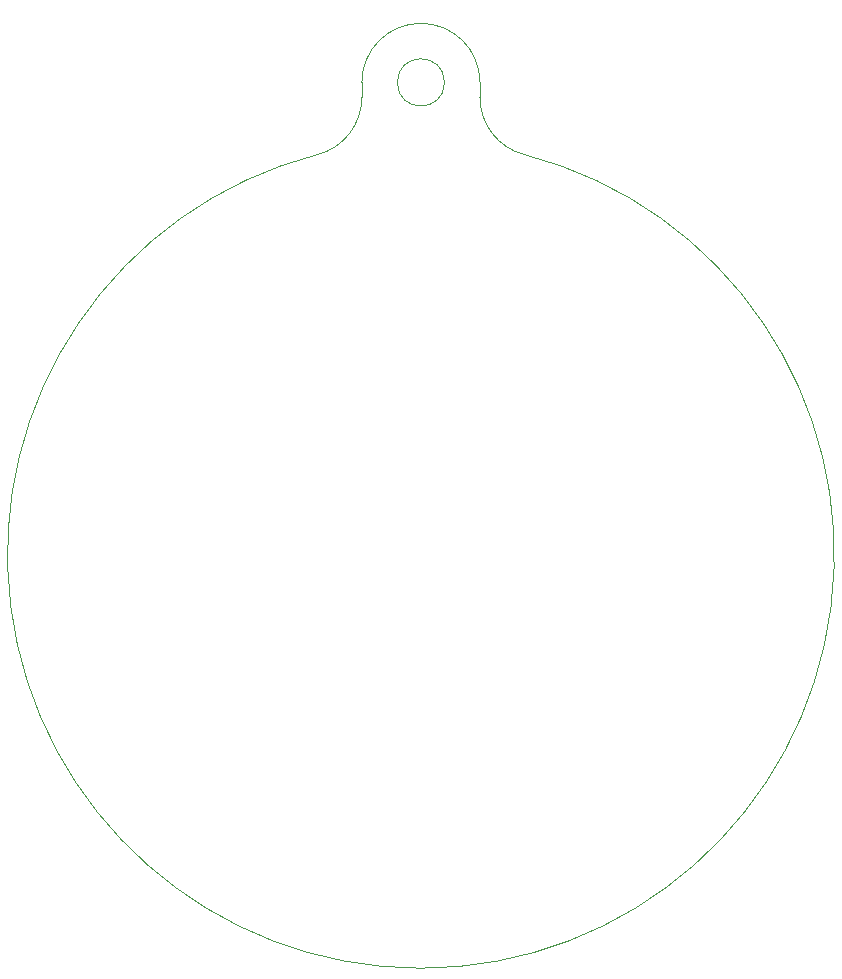
<source format=gbr>
G04 #@! TF.GenerationSoftware,KiCad,Pcbnew,5.1.4+dfsg1-1*
G04 #@! TF.CreationDate,2019-11-28T07:22:53-08:00*
G04 #@! TF.ProjectId,xmas-led-002,786d6173-2d6c-4656-942d-3030322e6b69,v1_00*
G04 #@! TF.SameCoordinates,PX6cd5f04PY3385f10*
G04 #@! TF.FileFunction,Profile,NP*
%FSLAX46Y46*%
G04 Gerber Fmt 4.6, Leading zero omitted, Abs format (unit mm)*
G04 Created by KiCad (PCBNEW 5.1.4+dfsg1-1) date 2019-11-28 07:22:53*
%MOMM*%
%LPD*%
G04 APERTURE LIST*
%ADD10C,0.100000*%
G04 APERTURE END LIST*
D10*
X44627500Y-12085229D02*
G75*
G02X27127500Y-12085229I-8750000J-33888604D01*
G01*
X37877500Y-5973833D02*
G75*
G03X37877500Y-5973833I-2000000J0D01*
G01*
X40877500Y-5973833D02*
X40877500Y-7244000D01*
X30877500Y-7244000D02*
X30877500Y-5973833D01*
X30877500Y-5973833D02*
G75*
G02X40877500Y-5973833I5000000J0D01*
G01*
X30877500Y-7244000D02*
G75*
G02X27127500Y-12085229I-5000000J0D01*
G01*
X44627500Y-12085229D02*
G75*
G02X40877500Y-7244000I1250000J4841229D01*
G01*
M02*

</source>
